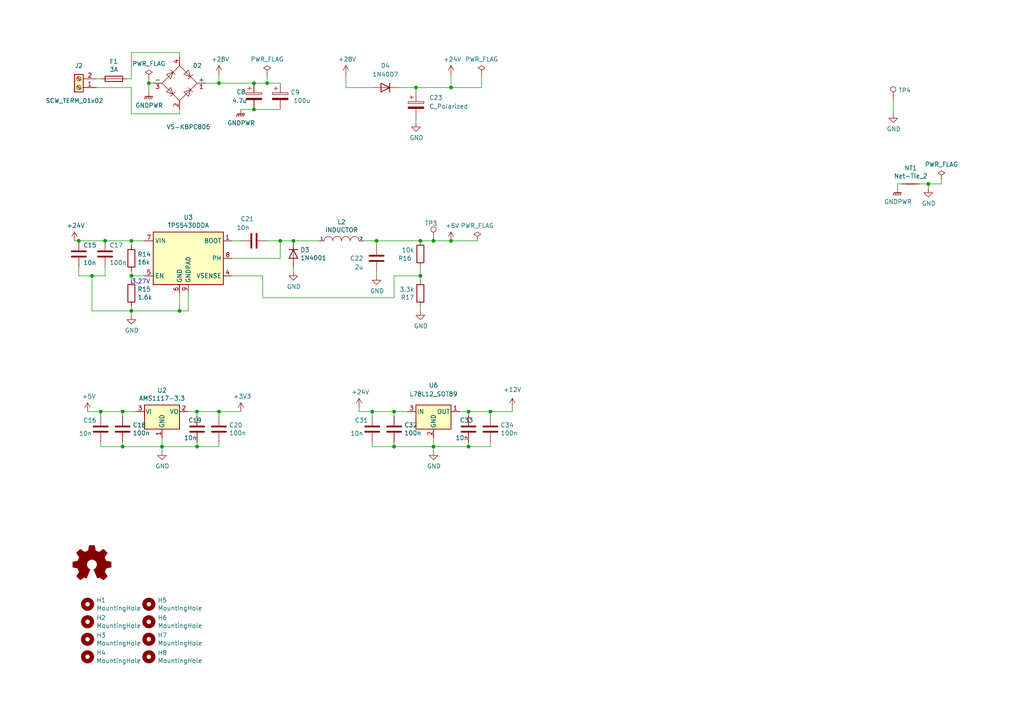
<source format=kicad_sch>
(kicad_sch (version 20231120) (generator "eeschema") (generator_version "8.0")
  (paper "A4")
  (title_block (rev "v2.0"))
  (lib_symbols
    (symbol "Connector:Screw_Terminal_01x02" (pin_names (offset 1.016) hide)
      (property "Reference" "J" (at 0 2.54 0))
      (property "Value" "Screw_Terminal_01x02" (at 0 -5.08 0))
      (symbol "Screw_Terminal_01x02_1_1"
        (rectangle (start -1.27 1.27) (end 1.27 -3.81) (stroke (width 0.254)) (fill (type background)))
        (circle (center 0 -2.54) (radius 0.635) (stroke (width 0.1524)))
        (polyline (pts (xy -0.5334 -2.2098) (xy 0.3302 -3.048)) (stroke (width 0.1524)))
        (polyline (pts (xy -0.5334 0.3302) (xy 0.3302 -0.508)) (stroke (width 0.1524)))
        (polyline (pts (xy -0.3556 -2.032) (xy 0.508 -2.8702)) (stroke (width 0.1524)))
        (polyline (pts (xy -0.3556 0.508) (xy 0.508 -0.3302)) (stroke (width 0.1524)))
        (circle (center 0 0) (radius 0.635) (stroke (width 0.1524)))
        (pin passive line (at -5.08 0 0) (length 3.81) (name "Pin_1") (number "1"))
        (pin passive line (at -5.08 -2.54 0) (length 3.81) (name "Pin_2") (number "2"))
      )
    )
    (symbol "Connector:TestPoint" (pin_numbers hide) (pin_names (offset 0.762) hide)
      (property "Reference" "TP" (at 0 6.858 0))
      (property "Value" "TestPoint" (at 0 5.08 0))
      (symbol "TestPoint_0_1"
        (circle (center 0 3.302) (radius 0.762))
      )
      (symbol "TestPoint_1_1"
        (pin passive line (at 0 0 90) (length 2.54) (name "1") (number "1"))
      )
    )
    (symbol "Device:C" (pin_numbers hide) (pin_names (offset 0.254))
      (property "Reference" "C" (at 0.635 2.54 0))
      (property "Value" "C" (at 0.635 -2.54 0))
      (symbol "C_0_1"
        (polyline (pts (xy -2.032 -0.762) (xy 2.032 -0.762)) (stroke (width 0.508)))
        (polyline (pts (xy -2.032 0.762) (xy 2.032 0.762)) (stroke (width 0.508)))
      )
      (symbol "C_1_1"
        (pin passive line (at 0 3.81 270) (length 2.794) (name "~") (number "1"))
        (pin passive line (at 0 -3.81 90) (length 2.794) (name "~") (number "2"))
      )
    )
    (symbol "Device:C_Polarized" (pin_numbers hide) (pin_names (offset 0.254))
      (property "Reference" "C" (at 0.635 2.54 0))
      (property "Value" "C_Polarized" (at 0.635 -2.54 0))
      (symbol "C_Polarized_0_1"
        (rectangle (start -2.286 0.508) (end 2.286 1.016))
        (polyline (pts (xy -1.778 2.286) (xy -0.762 2.286)))
        (polyline (pts (xy -1.27 2.794) (xy -1.27 1.778)))
        (rectangle (start 2.286 -0.508) (end -2.286 -1.016) (fill (type outline)))
      )
      (symbol "C_Polarized_1_1"
        (pin passive line (at 0 3.81 270) (length 2.794) (name "~") (number "1"))
        (pin passive line (at 0 -3.81 90) (length 2.794) (name "~") (number "2"))
      )
    )
    (symbol "Device:Fuse" (pin_numbers hide) (pin_names (offset 0))
      (property "Reference" "F" (at 2.032 0 90))
      (property "Value" "Fuse" (at -1.905 0 90))
      (symbol "Fuse_0_1"
        (rectangle (start -0.762 -2.54) (end 0.762 2.54) (stroke (width 0.254)))
        (polyline (pts (xy 0 2.54) (xy 0 -2.54)))
      )
      (symbol "Fuse_1_1"
        (pin passive line (at 0 3.81 270) (length 1.27) (name "~") (number "1"))
        (pin passive line (at 0 -3.81 90) (length 1.27) (name "~") (number "2"))
      )
    )
    (symbol "Device:R" (pin_numbers hide) (pin_names (offset 0))
      (property "Reference" "R" (at 2.032 0 90))
      (property "Value" "R" (at 0 0 90))
      (symbol "R_0_1"
        (rectangle (start -1.016 -2.54) (end 1.016 2.54) (stroke (width 0.254)))
      )
      (symbol "R_1_1"
        (pin passive line (at 0 3.81 270) (length 1.27) (name "~") (number "1"))
        (pin passive line (at 0 -3.81 90) (length 1.27) (name "~") (number "2"))
      )
    )
    (symbol "Diode:1N4001" (pin_numbers hide) (pin_names hide)
      (property "Reference" "D" (at 0 2.54 0))
      (property "Value" "1N4001" (at 0 -2.54 0))
      (symbol "1N4001_0_1"
        (polyline (pts (xy -1.27 1.27) (xy -1.27 -1.27)) (stroke (width 0.254)))
        (polyline (pts (xy 1.27 0) (xy -1.27 0)))
        (polyline (pts (xy 1.27 1.27) (xy 1.27 -1.27) (xy -1.27 0) (xy 1.27 1.27)) (stroke (width 0.254)))
      )
      (symbol "1N4001_1_1"
        (pin passive line (at -3.81 0 0) (length 2.54) (name "K") (number "1"))
        (pin passive line (at 3.81 0 180) (length 2.54) (name "A") (number "2"))
      )
    )
    (symbol "Diode:1N4007" (pin_numbers hide) (pin_names hide)
      (property "Reference" "D" (at 0 2.54 0))
      (property "Value" "1N4007" (at 0 -2.54 0))
      (symbol "1N4007_0_1"
        (polyline (pts (xy -1.27 1.27) (xy -1.27 -1.27)) (stroke (width 0.254)))
        (polyline (pts (xy 1.27 0) (xy -1.27 0)))
        (polyline (pts (xy 1.27 1.27) (xy 1.27 -1.27) (xy -1.27 0) (xy 1.27 1.27)) (stroke (width 0.254)))
      )
      (symbol "1N4007_1_1"
        (pin passive line (at -3.81 0 0) (length 2.54) (name "K") (number "1"))
        (pin passive line (at 3.81 0 180) (length 2.54) (name "A") (number "2"))
      )
    )
    (symbol "Diode_Bridge:VS-KBPC806" (pin_names (offset 0))
      (property "Reference" "D" (at 2.54 6.985 0))
      (property "Value" "VS-KBPC806" (at 2.54 5.08 0))
      (symbol "VS-KBPC806_0_1"
        (polyline (pts (xy -2.54 3.81) (xy -1.27 2.54)))
        (polyline (pts (xy -1.27 -2.54) (xy -2.54 -3.81)))
        (polyline (pts (xy 2.54 -1.27) (xy 3.81 -2.54)))
        (polyline (pts (xy 2.54 1.27) (xy 3.81 2.54)))
        (polyline (pts (xy -3.81 2.54) (xy -2.54 1.27) (xy -1.905 3.175) (xy -3.81 2.54)))
        (polyline (pts (xy -2.54 -1.27) (xy -3.81 -2.54) (xy -1.905 -3.175) (xy -2.54 -1.27)))
        (polyline (pts (xy 1.27 2.54) (xy 2.54 3.81) (xy 3.175 1.905) (xy 1.27 2.54)))
        (polyline (pts (xy 3.175 -1.905) (xy 1.27 -2.54) (xy 2.54 -3.81) (xy 3.175 -1.905)))
        (polyline (pts (xy -5.08 0) (xy 0 -5.08) (xy 5.08 0) (xy 0 5.08) (xy -5.08 0)))
      )
      (symbol "VS-KBPC806_1_1"
        (pin passive line (at 7.62 0 180) (length 2.54) (name "+") (number "1"))
        (pin passive line (at 0 -7.62 90) (length 2.54) (name "~") (number "2"))
        (pin passive line (at -7.62 0 0) (length 2.54) (name "-") (number "3"))
        (pin passive line (at 0 7.62 270) (length 2.54) (name "~") (number "4"))
      )
    )
    (symbol "Graphic:Logo_Open_Hardware_Small" (pin_names (offset 1.016))
      (symbol "Logo_Open_Hardware_Small_0_1"
        (polyline (pts (xy 3.3528 -4.3434) (xy 3.302 -4.318) (xy 3.175 -4.2418) (xy 2.9972 -4.1148) (xy 2.7686 -3.9624) (xy 2.54 -3.81) (xy 2.3622 -3.7084) (xy 2.2352 -3.6068) (xy 2.1844 -3.5814) (xy 2.159 -3.6068) (xy 2.0574 -3.6576) (xy 1.905 -3.7338) (xy 1.8034 -3.7846) (xy 1.6764 -3.8354) (xy 1.6002 -3.8354) (xy 1.6002 -3.8354) (xy 1.5494 -3.7338) (xy 1.4732 -3.5306) (xy 1.3462 -3.302) (xy 1.2446 -3.0226) (xy 1.1176 -2.7178) (xy 0.9652 -2.413) (xy 0.8636 -2.1082) (xy 0.7366 -1.8288) (xy 0.6604 -1.6256) (xy 0.6096 -1.4732) (xy 0.5842 -1.397) (xy 0.5842 -1.397) (xy 0.6604 -1.3208) (xy 0.7874 -1.2446) (xy 1.0414 -1.016) (xy 1.2954 -0.6858) (xy 1.4478 -0.3302) (xy 1.524 0.0762) (xy 1.4732 0.4572) (xy 1.3208 0.8128) (xy 1.0668 1.143) (xy 0.762 1.3716) (xy 0.4064 1.524) (xy 0 1.5748) (xy -0.381 1.5494) (xy -0.7366 1.397) (xy -1.0668 1.143) (xy -1.2192 0.9906) (xy -1.397 0.6604) (xy -1.524 0.3048) (xy -1.524 0.2286) (xy -1.4986 -0.1778) (xy -1.397 -0.5334) (xy -1.1938 -0.8636) (xy -0.9144 -1.143) (xy -0.8636 -1.1684) (xy -0.7366 -1.27) (xy -0.635 -1.3462) (xy -0.5842 -1.397) (xy -1.0668 -2.5908) (xy -1.143 -2.794) (xy -1.2954 -3.1242) (xy -1.397 -3.4036) (xy -1.4986 -3.6322) (xy -1.5748 -3.7846) (xy -1.6002 -3.8354) (xy -1.6002 -3.8354) (xy -1.651 -3.8354) (xy -1.7272 -3.81) (xy -1.905 -3.7338) (xy -2.0066 -3.683) (xy -2.1336 -3.6068) (xy -2.2098 -3.5814) (xy -2.2606 -3.6068) (xy -2.3622 -3.683) (xy -2.54 -3.81) (xy -2.7686 -3.9624) (xy -2.9718 -4.0894) (xy -3.1496 -4.2164) (xy -3.302 -4.318) (xy -3.3528 -4.3434) (xy -3.3782 -4.3434) (xy -3.429 -4.318) (xy -3.5306 -4.2164) (xy -3.7084 -4.064) (xy -3.937 -3.8354) (xy -3.9624 -3.81) (xy -4.1656 -3.6068) (xy -4.318 -3.4544) (xy -4.4196 -3.3274) (xy -4.445 -3.2766) (xy -4.445 -3.2766) (xy -4.4196 -3.2258) (xy -4.318 -3.0734) (xy -4.2164 -2.8956) (xy -4.064 -2.667) (xy -3.6576 -2.0828) (xy -3.8862 -1.5494) (xy -3.937 -1.3716) (xy -4.0386 -1.1684) (xy -4.0894 -1.0414) (xy -4.1148 -0.9652) (xy -4.191 -0.9398) (xy -4.318 -0.9144) (xy -4.5466 -0.8636) (xy -4.8006 -0.8128) (xy -5.0546 -0.7874) (xy -5.2578 -0.7366) (xy -5.4356 -0.7112) (xy -5.5118 -0.6858) (xy -5.5118 -0.6858) (xy -5.5372 -0.635) (xy -5.5372 -0.5588) (xy -5.5372 -0.4318) (xy -5.5626 -0.2286) (xy -5.5626 0.0762) (xy -5.5626 0.127) (xy -5.5372 0.4064) (xy -5.5372 0.635) (xy -5.5372 0.762) (xy -5.5372 0.8382) (xy -5.5372 0.8382) (xy -5.461 0.8382) (xy -5.3086 0.889) (xy -5.08 0.9144) (xy -4.826 0.9652) (xy -4.8006 0.9906) (xy -4.5466 1.0414) (xy -4.318 1.0668) (xy -4.1656 1.1176) (xy -4.0894 1.143) (xy -4.0894 1.143) (xy -4.0386 1.2446) (xy -3.9624 1.4224) (xy -3.8608 1.6256) (xy -3.7846 1.8288) (xy -3.7084 2.0066) (xy -3.6576 2.159) (xy -3.6322 2.2098) (xy -3.6322 2.2098) (xy -3.683 2.286) (xy -3.7592 2.413) (xy -3.8862 2.5908) (xy -4.064 2.8194) (xy -4.064 2.8448) (xy -4.2164 3.0734) (xy -4.3434 3.2512) (xy -4.4196 3.3782) (xy -4.445 3.4544) (xy -4.445 3.4544) (xy -4.3942 3.5052) (xy -4.2926 3.6322) (xy -4.1148 3.81) (xy -3.937 4.0132) (xy -3.8608 4.064) (xy -3.6576 4.2926) (xy -3.5052 4.4196) (xy -3.4036 4.4958) (xy -3.3528 4.5212) (xy -3.3528 4.5212) (xy -3.302 4.4704) (xy -3.1496 4.3688) (xy -2.9718 4.2418) (xy -2.7432 4.0894) (xy -2.7178 4.0894) (xy -2.4892 3.937) (xy -2.3114 3.81) (xy -2.1844 3.7084) (xy -2.1336 3.683) (xy -2.1082 3.683) (xy -2.032 3.7084) (xy -1.8542 3.7592) (xy -1.6764 3.8354) (xy -1.4732 3.937) (xy -1.27 4.0132) (xy -1.143 4.064) (xy -1.0668 4.1148) (xy -1.0668 4.1148) (xy -1.0414 4.191) (xy -1.016 4.3434) (xy -0.9652 4.572) (xy -0.9144 4.8514) (xy -0.889 4.9022) (xy -0.8382 5.1562) (xy -0.8128 5.3848) (xy -0.7874 5.5372) (xy -0.762 5.588) (xy -0.7112 5.6134) (xy -0.5842 5.6134) (xy -0.4064 5.6134) (xy -0.1524 5.6134) (xy 0.0762 5.6134) (xy 0.3302 5.6134) (xy 0.5334 5.6134) (xy 0.6858 5.588) (xy 0.7366 5.588) (xy 0.7366 5.588) (xy 0.762 5.5118) (xy 0.8128 5.334) (xy 0.8382 5.1054) (xy 0.9144 4.826) (xy 0.9144 4.7752) (xy 0.9652 4.5212) (xy 1.016 4.2926) (xy 1.0414 4.1402) (xy 1.0668 4.0894) (xy 1.0668 4.0894) (xy 1.1938 4.0386) (xy 1.3716 3.9624) (xy 1.5748 3.8608) (xy 2.0828 3.6576) (xy 2.7178 4.0894) (xy 2.7686 4.1402) (xy 2.9972 4.2926) (xy 3.175 4.4196) (xy 3.302 4.4958) (xy 3.3782 4.5212) (xy 3.3782 4.5212) (xy 3.429 4.4704) (xy 3.556 4.3434) (xy 3.7338 4.191) (xy 3.9116 3.9878) (xy 4.064 3.8354) (xy 4.2418 3.6576) (xy 4.3434 3.556) (xy 4.4196 3.4798) (xy 4.4196 3.429) (xy 4.4196 3.4036) (xy 4.3942 3.3274) (xy 4.2926 3.2004) (xy 4.1656 2.9972) (xy 4.0132 2.794) (xy 3.8862 2.5908) (xy 3.7592 2.3876) (xy 3.6576 2.2352) (xy 3.6322 2.159) (xy 3.6322 2.1336) (xy 3.683 2.0066) (xy 3.7592 1.8288) (xy 3.8608 1.6002) (xy 4.064 1.1176) (xy 4.3942 1.0414) (xy 4.5974 1.016) (xy 4.8768 0.9652) (xy 5.1308 0.9144) (xy 5.5372 0.8382) (xy 5.5626 -0.6604) (xy 5.4864 -0.6858) (xy 5.4356 -0.6858) (xy 5.2832 -0.7366) (xy 5.0546 -0.762) (xy 4.8006 -0.8128) (xy 4.5974 -0.8636) (xy 4.3688 -0.9144) (xy 4.2164 -0.9398) (xy 4.1402 -0.9398) (xy 4.1148 -0.9652) (xy 4.064 -1.0668) (xy 3.9878 -1.2446) (xy 3.9116 -1.4478) (xy 3.81 -1.651) (xy 3.7338 -1.8542) (xy 3.683 -2.0066) (xy 3.6576 -2.0828) (xy 3.683 -2.1336) (xy 3.7846 -2.2606) (xy 3.8862 -2.4638) (xy 4.0386 -2.667) (xy 4.191 -2.8956) (xy 4.318 -3.0734) (xy 4.3942 -3.2004) (xy 4.445 -3.2766) (xy 4.4196 -3.3274) (xy 4.3434 -3.429) (xy 4.1656 -3.5814) (xy 3.937 -3.8354) (xy 3.8862 -3.8608) (xy 3.683 -4.064) (xy 3.5306 -4.2164) (xy 3.4036 -4.318) (xy 3.3528 -4.3434)) (fill (type outline)))
      )
    )
    (symbol "Mechanical:MountingHole" (pin_names (offset 1.016))
      (property "Reference" "H" (at 0 5.08 0))
      (property "Value" "MountingHole" (at 0 3.175 0))
      (symbol "MountingHole_0_1"
        (circle (center 0 0) (radius 1.27) (stroke (width 1.27)))
      )
    )
    (symbol "Regulator_Linear:AMS1117-3.3" (pin_names (offset 0.254))
      (property "Reference" "U" (at -3.81 3.175 0))
      (property "Value" "AMS1117-3.3" (at 0 3.175 0))
      (symbol "AMS1117-3.3_0_1"
        (rectangle (start -5.08 -5.08) (end 5.08 1.905) (stroke (width 0.254)) (fill (type background)))
      )
      (symbol "AMS1117-3.3_1_1"
        (pin power_in line (at 0 -7.62 90) (length 2.54) (name "GND") (number "1"))
        (pin power_out line (at 7.62 0 180) (length 2.54) (name "VO") (number "2"))
        (pin power_in line (at -7.62 0 0) (length 2.54) (name "VI") (number "3"))
      )
    )
    (symbol "Regulator_Linear:L78L12_SOT89" (pin_names (offset 0.254))
      (property "Reference" "U" (at -3.81 3.175 0))
      (property "Value" "L78L12_SOT89" (at -0.635 3.175 0))
      (symbol "L78L12_SOT89_0_1"
        (rectangle (start -5.08 1.905) (end 5.08 -5.08) (stroke (width 0.254)) (fill (type background)))
      )
      (symbol "L78L12_SOT89_1_1"
        (pin power_out line (at 7.62 0 180) (length 2.54) (name "OUT") (number "1"))
        (pin power_in line (at 0 -7.62 90) (length 2.54) (name "GND") (number "2"))
        (pin power_in line (at -7.62 0 0) (length 2.54) (name "IN") (number "3"))
      )
    )
    (symbol "Regulator_Switching:TPS5430DDA"
      (property "Reference" "U" (at -10.16 8.89 0))
      (property "Value" "TPS5430DDA" (at -1.27 8.89 0))
      (symbol "TPS5430DDA_0_1"
        (rectangle (start -10.16 7.62) (end 10.16 -7.62) (stroke (width 0.254)) (fill (type background)))
      )
      (symbol "TPS5430DDA_1_1"
        (pin input line (at 12.7 5.08 180) (length 2.54) (name "BOOT") (number "1"))
        (pin no_connect line (at -10.16 2.54 0) (length 2.54) hide (name "NC") (number "2"))
        (pin no_connect line (at -10.16 -2.54 0) (length 2.54) hide (name "NC") (number "3"))
        (pin input line (at 12.7 -5.08 180) (length 2.54) (name "VSENSE") (number "4"))
        (pin input line (at -12.7 -5.08 0) (length 2.54) (name "EN") (number "5"))
        (pin power_in line (at -2.54 -10.16 90) (length 2.54) (name "GND") (number "6"))
        (pin power_in line (at -12.7 5.08 0) (length 2.54) (name "VIN") (number "7"))
        (pin output line (at 12.7 0 180) (length 2.54) (name "PH") (number "8"))
        (pin power_in line (at 0 -10.16 90) (length 2.54) (name "GNDPAD") (number "9"))
      )
    )
    (symbol "SI_kicad-rescue:+3.3V-power" (power) (pin_names (offset 0))
      (property "Value" "+3.3V-power" (at 0 3.556 0))
      (symbol "+3.3V-power_0_1"
        (polyline (pts (xy -0.762 1.27) (xy 0 2.54)))
        (polyline (pts (xy 0 0) (xy 0 2.54)))
        (polyline (pts (xy 0 2.54) (xy 0.762 1.27)))
      )
      (symbol "+3.3V-power_1_1"
        (pin power_in line (at 0 0 90) (length 0) hide (name "+3V3") (number "1"))
      )
    )
    (symbol "SI_kicad-rescue:CP-Device" (pin_numbers hide) (pin_names (offset 0.254))
      (property "Reference" "C" (at 0.635 2.54 0))
      (property "Value" "CP-Device" (at 0.635 -2.54 0))
      (symbol "CP-Device_0_1"
        (rectangle (start -2.286 0.508) (end 2.286 1.016))
        (polyline (pts (xy -1.778 2.286) (xy -0.762 2.286)))
        (polyline (pts (xy -1.27 2.794) (xy -1.27 1.778)))
        (rectangle (start 2.286 -0.508) (end -2.286 -1.016) (fill (type outline)))
      )
      (symbol "CP-Device_1_1"
        (pin passive line (at 0 3.81 270) (length 2.794) (name "~") (number "1"))
        (pin passive line (at 0 -3.81 90) (length 2.794) (name "~") (number "2"))
      )
    )
    (symbol "SI_kicad-rescue:Net-Tie_2-Device" (pin_numbers hide) (pin_names (offset 0) hide)
      (property "Reference" "NT" (at 0 1.27 0))
      (property "Value" "Net-Tie_2-Device" (at 0 -1.27 0))
      (symbol "Net-Tie_2-Device_0_1"
        (polyline (pts (xy -1.27 0) (xy 1.27 0)) (stroke (width 0.254)))
      )
      (symbol "Net-Tie_2-Device_1_1"
        (pin passive line (at -2.54 0 0) (length 2.54) (name "1") (number "1"))
        (pin passive line (at 2.54 0 180) (length 2.54) (name "2") (number "2"))
      )
    )
    (symbol "power:+12V" (power) (pin_names (offset 0))
      (property "Value" "+12V" (at 0 3.556 0))
      (symbol "+12V_0_1"
        (polyline (pts (xy -0.762 1.27) (xy 0 2.54)))
        (polyline (pts (xy 0 0) (xy 0 2.54)))
        (polyline (pts (xy 0 2.54) (xy 0.762 1.27)))
      )
      (symbol "+12V_1_1"
        (pin power_in line (at 0 0 90) (length 0) hide (name "+12V") (number "1"))
      )
    )
    (symbol "power:+24V" (power) (pin_names (offset 0))
      (property "Value" "+24V" (at 0 3.556 0))
      (symbol "+24V_0_1"
        (polyline (pts (xy -0.762 1.27) (xy 0 2.54)))
        (polyline (pts (xy 0 0) (xy 0 2.54)))
        (polyline (pts (xy 0 2.54) (xy 0.762 1.27)))
      )
      (symbol "+24V_1_1"
        (pin power_in line (at 0 0 90) (length 0) hide (name "+24V") (number "1"))
      )
    )
    (symbol "power:+28V" (power) (pin_names (offset 0))
      (property "Value" "+28V" (at 0 3.81 0))
      (symbol "+28V_0_1"
        (polyline (pts (xy -0.762 1.27) (xy 0 2.54)))
        (polyline (pts (xy 0 0) (xy 0 2.54)))
        (polyline (pts (xy 0 2.54) (xy 0.762 1.27)))
      )
      (symbol "+28V_1_1"
        (pin power_in line (at 0 0 90) (length 0) hide (name "+28V") (number "1"))
      )
    )
    (symbol "power:+5V" (power) (pin_names (offset 0))
      (property "Value" "+5V" (at 0 3.556 0))
      (symbol "+5V_0_1"
        (polyline (pts (xy -0.762 1.27) (xy 0 2.54)))
        (polyline (pts (xy 0 0) (xy 0 2.54)))
        (polyline (pts (xy 0 2.54) (xy 0.762 1.27)))
      )
      (symbol "+5V_1_1"
        (pin power_in line (at 0 0 90) (length 0) hide (name "+5V") (number "1"))
      )
    )
    (symbol "power:GND" (power) (pin_names (offset 0))
      (property "Value" "GND" (at 0 -3.81 0))
      (symbol "GND_0_1"
        (polyline (pts (xy 0 0) (xy 0 -1.27) (xy 1.27 -1.27) (xy 0 -2.54) (xy -1.27 -1.27) (xy 0 -1.27)))
      )
      (symbol "GND_1_1"
        (pin power_in line (at 0 0 270) (length 0) hide (name "GND") (number "1"))
      )
    )
    (symbol "power:GNDPWR" (power) (pin_names (offset 0))
      (property "Value" "GNDPWR" (at 0 -3.302 0))
      (symbol "GNDPWR_0_1"
        (polyline (pts (xy 0 -1.27) (xy 0 0)))
        (polyline (pts (xy -1.016 -1.27) (xy -1.27 -2.032) (xy -1.27 -2.032)) (stroke (width 0.2032)))
        (polyline (pts (xy -0.508 -1.27) (xy -0.762 -2.032) (xy -0.762 -2.032)) (stroke (width 0.2032)))
        (polyline (pts (xy 0 -1.27) (xy -0.254 -2.032) (xy -0.254 -2.032)) (stroke (width 0.2032)))
        (polyline (pts (xy 0.508 -1.27) (xy 0.254 -2.032) (xy 0.254 -2.032)) (stroke (width 0.2032)))
        (polyline (pts (xy 1.016 -1.27) (xy -1.016 -1.27) (xy -1.016 -1.27)) (stroke (width 0.2032)))
        (polyline (pts (xy 1.016 -1.27) (xy 0.762 -2.032) (xy 0.762 -2.032) (xy 0.762 -2.032)) (stroke (width 0.2032)))
      )
      (symbol "GNDPWR_1_1"
        (pin power_in line (at 0 0 270) (length 0) hide (name "GNDPWR") (number "1"))
      )
    )
    (symbol "power:PWR_FLAG" (power) (pin_numbers hide) (pin_names (offset 0) hide)
      (property "Value" "PWR_FLAG" (at 0 3.81 0))
      (symbol "PWR_FLAG_0_0"
        (pin power_out line (at 0 0 90) (length 0) (name "pwr") (number "1"))
      )
      (symbol "PWR_FLAG_0_1"
        (polyline (pts (xy 0 0) (xy 0 1.27) (xy -1.016 1.905) (xy 0 2.54) (xy 1.016 1.905) (xy 0 1.27)))
      )
    )
    (symbol "pspice:INDUCTOR" (pin_numbers hide) (pin_names (offset 0))
      (property "Reference" "L" (at 0 2.54 0))
      (property "Value" "INDUCTOR" (at 0 -1.27 0))
      (symbol "INDUCTOR_0_1"
        (arc (start -2.54 0) (mid -3.81 1.2645) (end -5.08 0))
        (arc (start 0 0) (mid -1.27 1.2645) (end -2.54 0))
        (arc (start 2.54 0) (mid 1.27 1.2645) (end 0 0))
        (arc (start 5.08 0) (mid 3.81 1.2645) (end 2.54 0))
      )
      (symbol "INDUCTOR_1_1"
        (pin input line (at -6.35 0 0) (length 1.27) (name "1") (number "1"))
        (pin input line (at 6.35 0 180) (length 1.27) (name "2") (number "2"))
      )
    )
  )
  (junction (at 35.56 119.38))
  (junction (at 52.07 90.17))
  (junction (at 125.73 129.54))
  (junction (at 35.56 129.54))
  (junction (at 57.15 119.38))
  (junction (at 38.1 80.01))
  (junction (at 125.73 69.85))
  (junction (at 38.1 90.17))
  (junction (at 121.92 69.85))
  (junction (at 135.89 129.54))
  (junction (at 26.67 80.01))
  (junction (at 73.66 31.75))
  (junction (at 114.3 129.54))
  (junction (at 38.1 69.85))
  (junction (at 57.15 129.54))
  (junction (at 130.81 25.4))
  (junction (at 29.21 119.38))
  (junction (at 30.48 69.85))
  (junction (at 130.81 69.85))
  (junction (at 107.95 119.38))
  (junction (at 81.28 69.85))
  (junction (at 120.65 25.4))
  (junction (at 85.09 69.85))
  (junction (at 142.24 119.38))
  (junction (at 63.5 119.38))
  (junction (at 22.86 69.85))
  (junction (at 109.22 69.85))
  (junction (at 73.66 24.13))
  (junction (at 63.5 24.13))
  (junction (at 46.99 129.54))
  (junction (at 77.47 24.13))
  (junction (at 135.89 119.38))
  (junction (at 43.18 24.13))
  (junction (at 269.24 53.34))
  (junction (at 121.92 80.01))
  (junction (at 114.3 119.38))
  (wire (pts (xy 52.07 90.17) (xy 54.61 90.17)))
  (wire (pts (xy 118.11 119.38) (xy 114.3 119.38)))
  (wire (pts (xy 260.35 53.34) (xy 261.62 53.34)))
  (wire (pts (xy 109.22 71.12) (xy 109.22 69.85)))
  (wire (pts (xy 63.5 128.27) (xy 63.5 129.54)))
  (wire (pts (xy 38.1 69.85) (xy 38.1 71.12)))
  (wire (pts (xy 35.56 129.54) (xy 46.99 129.54)))
  (wire (pts (xy 52.07 90.17) (xy 52.07 85.09)))
  (wire (pts (xy 22.86 77.47) (xy 22.86 80.01)))
  (wire (pts (xy 46.99 129.54) (xy 57.15 129.54)))
  (wire (pts (xy 135.89 119.38) (xy 142.24 119.38)))
  (wire (pts (xy 260.35 54.61) (xy 260.35 53.34)))
  (wire (pts (xy 115.57 25.4) (xy 120.65 25.4)))
  (wire (pts (xy 114.3 86.36) (xy 76.2 86.36)))
  (wire (pts (xy 26.67 80.01) (xy 30.48 80.01)))
  (wire (pts (xy 38.1 33.02) (xy 52.07 33.02)))
  (wire (pts (xy 63.5 120.65) (xy 63.5 119.38)))
  (wire (pts (xy 114.3 80.01) (xy 114.3 86.36)))
  (wire (pts (xy 130.81 25.4) (xy 139.7 25.4)))
  (wire (pts (xy 54.61 90.17) (xy 54.61 85.09)))
  (wire (pts (xy 120.65 34.29) (xy 120.65 35.56)))
  (wire (pts (xy 259.08 29.21) (xy 259.08 33.02)))
  (wire (pts (xy 35.56 119.38) (xy 29.21 119.38)))
  (wire (pts (xy 52.07 33.02) (xy 52.07 31.75)))
  (wire (pts (xy 38.1 22.86) (xy 38.1 15.24)))
  (wire (pts (xy 266.7 53.34) (xy 269.24 53.34)))
  (wire (pts (xy 30.48 80.01) (xy 30.48 77.47)))
  (wire (pts (xy 36.83 22.86) (xy 38.1 22.86)))
  (wire (pts (xy 38.1 80.01) (xy 38.1 81.28)))
  (wire (pts (xy 121.92 80.01) (xy 121.92 81.28)))
  (wire (pts (xy 69.85 31.75) (xy 73.66 31.75)))
  (wire (pts (xy 135.89 119.38) (xy 135.89 120.65)))
  (wire (pts (xy 38.1 90.17) (xy 52.07 90.17)))
  (wire (pts (xy 38.1 90.17) (xy 38.1 91.44)))
  (wire (pts (xy 38.1 78.74) (xy 38.1 80.01)))
  (wire (pts (xy 142.24 128.27) (xy 142.24 129.54)))
  (wire (pts (xy 81.28 69.85) (xy 85.09 69.85)))
  (wire (pts (xy 77.47 69.85) (xy 81.28 69.85)))
  (wire (pts (xy 38.1 25.4) (xy 38.1 33.02)))
  (wire (pts (xy 121.92 80.01) (xy 114.3 80.01)))
  (wire (pts (xy 269.24 53.34) (xy 273.05 53.34)))
  (wire (pts (xy 22.86 69.85) (xy 21.59 69.85)))
  (wire (pts (xy 125.73 127) (xy 125.73 129.54)))
  (wire (pts (xy 57.15 129.54) (xy 63.5 129.54)))
  (wire (pts (xy 67.31 69.85) (xy 69.85 69.85)))
  (wire (pts (xy 109.22 78.74) (xy 109.22 80.01)))
  (wire (pts (xy 121.92 69.85) (xy 125.73 69.85)))
  (wire (pts (xy 269.24 53.34) (xy 269.24 54.61)))
  (wire (pts (xy 273.05 53.34) (xy 273.05 52.07)))
  (wire (pts (xy 100.33 25.4) (xy 107.95 25.4)))
  (wire (pts (xy 63.5 21.59) (xy 63.5 24.13)))
  (wire (pts (xy 109.22 69.85) (xy 121.92 69.85)))
  (wire (pts (xy 63.5 119.38) (xy 69.85 119.38)))
  (wire (pts (xy 125.73 69.85) (xy 130.81 69.85)))
  (wire (pts (xy 22.86 80.01) (xy 26.67 80.01)))
  (wire (pts (xy 125.73 129.54) (xy 135.89 129.54)))
  (wire (pts (xy 148.59 118.11) (xy 148.59 119.38)))
  (wire (pts (xy 81.28 24.13) (xy 77.47 24.13)))
  (wire (pts (xy 76.2 86.36) (xy 76.2 80.01)))
  (wire (pts (xy 142.24 120.65) (xy 142.24 119.38)))
  (wire (pts (xy 125.73 129.54) (xy 125.73 130.81)))
  (wire (pts (xy 27.94 22.86) (xy 29.21 22.86)))
  (wire (pts (xy 76.2 80.01) (xy 67.31 80.01)))
  (wire (pts (xy 57.15 119.38) (xy 63.5 119.38)))
  (wire (pts (xy 77.47 24.13) (xy 73.66 24.13)))
  (wire (pts (xy 107.95 129.54) (xy 114.3 129.54)))
  (wire (pts (xy 39.37 119.38) (xy 35.56 119.38)))
  (wire (pts (xy 85.09 77.47) (xy 85.09 78.74)))
  (wire (pts (xy 105.41 69.85) (xy 109.22 69.85)))
  (wire (pts (xy 29.21 119.38) (xy 25.4 119.38)))
  (wire (pts (xy 27.94 25.4) (xy 38.1 25.4)))
  (wire (pts (xy 26.67 90.17) (xy 26.67 80.01)))
  (wire (pts (xy 107.95 119.38) (xy 104.14 119.38)))
  (wire (pts (xy 107.95 119.38) (xy 107.95 120.65)))
  (wire (pts (xy 54.61 119.38) (xy 57.15 119.38)))
  (wire (pts (xy 63.5 24.13) (xy 73.66 24.13)))
  (wire (pts (xy 59.69 24.13) (xy 63.5 24.13)))
  (wire (pts (xy 120.65 25.4) (xy 120.65 26.67)))
  (wire (pts (xy 43.18 22.86) (xy 43.18 24.13)))
  (wire (pts (xy 38.1 90.17) (xy 26.67 90.17)))
  (wire (pts (xy 29.21 129.54) (xy 35.56 129.54)))
  (wire (pts (xy 104.14 118.11) (xy 104.14 119.38)))
  (wire (pts (xy 67.31 74.93) (xy 81.28 74.93)))
  (wire (pts (xy 30.48 69.85) (xy 38.1 69.85)))
  (wire (pts (xy 114.3 119.38) (xy 107.95 119.38)))
  (wire (pts (xy 52.07 15.24) (xy 52.07 16.51)))
  (wire (pts (xy 46.99 127) (xy 46.99 129.54)))
  (wire (pts (xy 120.65 25.4) (xy 130.81 25.4)))
  (wire (pts (xy 142.24 119.38) (xy 148.59 119.38)))
  (wire (pts (xy 57.15 128.27) (xy 57.15 129.54)))
  (wire (pts (xy 41.91 69.85) (xy 38.1 69.85)))
  (wire (pts (xy 121.92 88.9) (xy 121.92 90.17)))
  (wire (pts (xy 73.66 31.75) (xy 81.28 31.75)))
  (wire (pts (xy 29.21 119.38) (xy 29.21 120.65)))
  (wire (pts (xy 35.56 120.65) (xy 35.56 119.38)))
  (wire (pts (xy 114.3 128.27) (xy 114.3 129.54)))
  (wire (pts (xy 29.21 128.27) (xy 29.21 129.54)))
  (wire (pts (xy 135.89 129.54) (xy 142.24 129.54)))
  (wire (pts (xy 107.95 128.27) (xy 107.95 129.54)))
  (wire (pts (xy 85.09 69.85) (xy 92.71 69.85)))
  (wire (pts (xy 130.81 21.59) (xy 130.81 25.4)))
  (wire (pts (xy 135.89 128.27) (xy 135.89 129.54)))
  (wire (pts (xy 114.3 120.65) (xy 114.3 119.38)))
  (wire (pts (xy 35.56 128.27) (xy 35.56 129.54)))
  (wire (pts (xy 100.33 21.59) (xy 100.33 25.4)))
  (wire (pts (xy 38.1 88.9) (xy 38.1 90.17)))
  (wire (pts (xy 114.3 129.54) (xy 125.73 129.54)))
  (wire (pts (xy 133.35 119.38) (xy 135.89 119.38)))
  (wire (pts (xy 43.18 24.13) (xy 43.18 26.67)))
  (wire (pts (xy 57.15 119.38) (xy 57.15 120.65)))
  (wire (pts (xy 41.91 80.01) (xy 38.1 80.01)))
  (wire (pts (xy 46.99 129.54) (xy 46.99 130.81)))
  (wire (pts (xy 139.7 21.59) (xy 139.7 25.4)))
  (wire (pts (xy 81.28 74.93) (xy 81.28 69.85)))
  (wire (pts (xy 38.1 15.24) (xy 52.07 15.24)))
  (wire (pts (xy 30.48 69.85) (xy 22.86 69.85)))
  (wire (pts (xy 121.92 77.47) (xy 121.92 80.01)))
  (wire (pts (xy 77.47 21.59) (xy 77.47 24.13)))
  (wire (pts (xy 130.81 69.85) (xy 138.43 69.85)))
  (wire (pts (xy 44.45 24.13) (xy 43.18 24.13)))
  (text "3.27V" (at 38.1 82.55 0) (effects (font (size 1.27 1.27)) (justify left bottom)))
  (symbol (lib_id "power:GND") (at 269.24 54.61 0) (unit 1)
    (property "Reference" "#PWR0136" (effects (hide yes)))
    (property "Value" "GND" (at 269.367 59.0042 0))
  )
  (symbol (lib_id "Diode_Bridge:VS-KBPC806") (at 52.07 24.13 0) (unit 1)
    (property "Reference" "D2" (at 55.88 19.05 0) (effects (justify left)))
    (property "Value" "VS-KBPC806" (at 48.26 36.83 0) (effects (justify left)))
    (property "Footprint" "Diode_THT:Diode_Bridge_Vishay_KBPC6" (effects (hide yes)))
    (property "Datasheet" "http://www.vishay.com/docs/93586/kbpc8series.pdf" (effects (hide yes)))
  )
  (symbol (lib_id "power:GND") (at 85.09 78.74 0) (unit 1)
    (property "Reference" "#PWR0127" (effects (hide yes)))
    (property "Value" "GND" (at 85.217 83.1342 0))
  )
  (symbol (lib_id "power:GNDPWR") (at 260.35 54.61 0) (unit 1)
    (property "Reference" "#PWR0135" (effects (hide yes)))
    (property "Value" "GNDPWR" (at 260.4516 58.5216 0))
  )
  (symbol (lib_id "Device:C") (at 135.89 124.46 0) (unit 1)
    (property "Reference" "C33" (at 133.35 121.92 0) (effects (justify left)))
    (property "Value" "10n" (at 132.08 127 0) (effects (justify left)))
    (property "Footprint" "Capacitor_SMD:C_0805_2012Metric_Pad1.18x1.45mm_HandSolder" (effects (hide yes)))
  )
  (symbol (lib_id "Device:C_Polarized") (at 120.65 30.48 0) (unit 1)
    (property "Reference" "C23" (at 124.46 28.3209 0) (effects (justify left)))
    (property "Value" "C_Polarized" (at 124.46 30.8609 0) (effects (justify left)))
    (property "Footprint" "Capacitor_THT:CP_Radial_D6.3mm_P2.50mm" (effects (hide yes)))
  )
  (symbol (lib_id "power:+28V") (at 63.5 21.59 0) (unit 1)
    (property "Reference" "#PWR0129" (effects (hide yes)))
    (property "Value" "+28V" (at 63.881 17.1958 0))
  )
  (symbol (lib_id "power:+5V") (at 130.81 69.85 0) (unit 1)
    (property "Reference" "#PWR0132" (effects (hide yes)))
    (property "Value" "+5V" (at 131.191 65.4558 0))
  )
  (symbol (lib_id "power:+24V") (at 21.59 69.85 0) (unit 1)
    (property "Reference" "#PWR0124" (effects (hide yes)))
    (property "Value" "+24V" (at 21.971 65.4558 0))
  )
  (symbol (lib_id "power:GND") (at 121.92 90.17 0) (unit 1)
    (property "Reference" "#PWR0126" (effects (hide yes)))
    (property "Value" "GND" (at 122.047 94.5642 0))
  )
  (symbol (lib_id "power:GND") (at 259.08 33.02 0) (unit 1)
    (property "Reference" "#PWR0133" (effects (hide yes)))
    (property "Value" "GND" (at 259.207 37.4142 0))
  )
  (symbol (lib_id "Device:C") (at 29.21 124.46 0) (unit 1)
    (property "Reference" "C16" (at 24.13 121.92 0) (effects (justify left)))
    (property "Value" "10n" (at 22.86 125.73 0) (effects (justify left)))
    (property "Footprint" "Capacitor_SMD:C_0805_2012Metric_Pad1.18x1.45mm_HandSolder" (effects (hide yes)))
  )
  (symbol (lib_id "SI_kicad-rescue:Net-Tie_2-Device") (at 264.16 53.34 0) (unit 1)
    (property "Reference" "NT1" (at 264.16 48.7426 0))
    (property "Value" "Net-Tie_2" (at 264.16 51.054 0))
    (property "Footprint" "NetTie:NetTie-2_SMD_Pad0.5mm" (effects (hide yes)))
  )
  (symbol (lib_id "SI_kicad-rescue:CP-Device") (at 81.28 27.94 0) (unit 1)
    (property "Reference" "C9" (at 84.2772 26.7716 0) (effects (justify left)))
    (property "Value" "100u" (at 85.09 29.21 0) (effects (justify left)))
    (property "Footprint" "Capacitor_THT:CP_Radial_D6.3mm_P2.50mm" (effects (hide yes)))
  )
  (symbol (lib_id "power:GND") (at 46.99 130.81 0) (unit 1)
    (property "Reference" "#PWR0138" (effects (hide yes)))
    (property "Value" "GND" (at 47.117 135.2042 0))
  )
  (symbol (lib_id "Connector:TestPoint") (at 259.08 29.21 0) (unit 1)
    (property "Reference" "TP4" (at 260.5532 26.2128 0) (effects (justify left)))
    (property "Value" "TestPoint" (effects (hide yes)))
    (property "Footprint" "TestPoint:TestPoint_Pad_D2.0mm" (effects (hide yes)))
  )
  (symbol (lib_id "power:+5V") (at 25.4 119.38 0) (unit 1)
    (property "Reference" "#PWR0139" (effects (hide yes)))
    (property "Value" "+5V" (at 25.781 114.9858 0))
  )
  (symbol (lib_id "power:GNDPWR") (at 69.85 31.75 0) (unit 1)
    (property "Reference" "#PWR0130" (effects (hide yes)))
    (property "Value" "GNDPWR" (at 69.9516 35.6616 0))
  )
  (symbol (lib_id "Regulator_Switching:TPS5430DDA") (at 54.61 74.93 0) (unit 1)
    (property "Reference" "U3" (at 54.61 63.0682 0))
    (property "Value" "TPS5430DDA" (at 54.61 65.3796 0))
    (property "Footprint" "Package_SO:TI_SO-PowerPAD-8_ThermalVias" (effects (hide yes)))
    (property "Datasheet" "http://www.ti.com/lit/ds/symlink/tps5430.pdf" (effects (hide yes)))
  )
  (symbol (lib_id "Device:C") (at 109.22 74.93 180) (unit 1)
    (property "Reference" "C22" (at 105.41 74.93 0) (effects (justify left)))
    (property "Value" "2u" (at 105.41 77.47 0) (effects (justify left)))
    (property "Footprint" "Capacitor_SMD:C_0805_2012Metric_Pad1.18x1.45mm_HandSolder" (effects (hide yes)))
  )
  (symbol (lib_id "power:GND") (at 125.73 130.81 0) (unit 1)
    (property "Reference" "#PWR018" (effects (hide yes)))
    (property "Value" "GND" (at 125.857 135.2042 0))
  )
  (symbol (lib_id "power:GND") (at 120.65 35.56 0) (unit 1)
    (property "Reference" "#PWR0131" (effects (hide yes)))
    (property "Value" "GND" (at 120.777 39.9542 0))
  )
  (symbol (lib_id "Mechanical:MountingHole") (at 43.18 190.5 0) (unit 1)
    (property "Reference" "H8" (at 45.72 189.3316 0) (effects (justify left)))
    (property "Value" "MountingHole" (at 45.72 191.643 0) (effects (justify left)))
    (property "Footprint" "MountingHole:MountingHole_2.7mm_M2.5_DIN965_Pad" (effects (hide yes)))
  )
  (symbol (lib_id "Regulator_Linear:L78L12_SOT89") (at 125.73 119.38 0) (unit 1)
    (property "Reference" "U6" (at 125.73 111.76 0))
    (property "Value" "L78L12_SOT89" (at 125.73 114.3 0))
    (property "Footprint" "Package_TO_SOT_SMD:SOT-89-3" (effects (hide yes)))
    (property "Datasheet" "http://www.st.com/content/ccc/resource/technical/document/datasheet/15/55/e5/aa/23/5b/43/fd/CD00000446.pdf/files/CD00000446.pdf/jcr:content/translations/en.CD00000446.pdf" (effects (hide yes)))
  )
  (symbol (lib_id "SI_kicad-rescue:+3.3V-power") (at 69.85 119.38 0) (unit 1)
    (property "Reference" "#PWR0140" (effects (hide yes)))
    (property "Value" "+3V3" (at 70.231 114.9858 0))
  )
  (symbol (lib_id "power:GND") (at 109.22 80.01 0) (unit 1)
    (property "Reference" "#PWR0125" (effects (hide yes)))
    (property "Value" "GND" (at 109.347 84.4042 0))
  )
  (symbol (lib_id "Graphic:Logo_Open_Hardware_Small") (at 26.67 163.83 0) (unit 1)
    (property "Reference" "H9" (effects (hide yes)))
    (property "Value" "Logo_Open_Hardware_Small" (effects (hide yes)))
    (property "Footprint" "Symbol:OSHW-Logo_5.7x6mm_Copper" (effects (hide yes)))
  )
  (symbol (lib_id "Diode:1N4001") (at 85.09 73.66 270) (unit 1)
    (property "Reference" "D3" (at 87.0966 72.4916 90) (effects (justify left)))
    (property "Value" "1N4001" (at 87.0966 74.803 90) (effects (justify left)))
    (property "Footprint" "Diode_SMD:D_SMA" (effects (hide yes)))
    (property "Datasheet" "http://www.vishay.com/docs/88503/1n4001.pdf" (effects (hide yes)))
  )
  (symbol (lib_id "power:+24V") (at 130.81 21.59 0) (unit 1)
    (property "Reference" "#PWR0134" (effects (hide yes)))
    (property "Value" "+24V" (at 131.191 17.1958 0))
  )
  (symbol (lib_id "Device:C") (at 30.48 73.66 0) (unit 1)
    (property "Reference" "C17" (at 31.75 71.12 0) (effects (justify left)))
    (property "Value" "100n" (at 31.75 76.2 0) (effects (justify left)))
    (property "Footprint" "Capacitor_SMD:C_0805_2012Metric_Pad1.18x1.45mm_HandSolder" (effects (hide yes)))
  )
  (symbol (lib_id "Mechanical:MountingHole") (at 25.4 185.42 0) (unit 1)
    (property "Reference" "H3" (at 27.94 184.2516 0) (effects (justify left)))
    (property "Value" "MountingHole" (at 27.94 186.563 0) (effects (justify left)))
    (property "Footprint" "MountingHole:MountingHole_2.7mm_M2.5_DIN965_Pad" (effects (hide yes)))
  )
  (symbol (lib_id "Device:C") (at 63.5 124.46 0) (unit 1)
    (property "Reference" "C20" (at 66.421 123.2916 0) (effects (justify left)))
    (property "Value" "100n" (at 66.421 125.603 0) (effects (justify left)))
    (property "Footprint" "Capacitor_SMD:C_0805_2012Metric_Pad1.18x1.45mm_HandSolder" (effects (hide yes)))
  )
  (symbol (lib_id "power:GND") (at 38.1 91.44 0) (unit 1)
    (property "Reference" "#PWR0123" (effects (hide yes)))
    (property "Value" "GND" (at 38.227 95.8342 0))
  )
  (symbol (lib_id "Device:C") (at 114.3 124.46 0) (unit 1)
    (property "Reference" "C32" (at 117.221 123.2916 0) (effects (justify left)))
    (property "Value" "100n" (at 117.221 125.603 0) (effects (justify left)))
    (property "Footprint" "Capacitor_SMD:C_0805_2012Metric_Pad1.18x1.45mm_HandSolder" (effects (hide yes)))
  )
  (symbol (lib_id "Connector:Screw_Terminal_01x02") (at 22.86 25.4 180) (unit 1)
    (property "Reference" "J2" (at 22.86 19.05 0))
    (property "Value" "SCW_TERM_01x02" (at 21.59 29.21 0))
    (property "Footprint" "TerminalBlock_Phoenix:TerminalBlock_Phoenix_MKDS-1,5-2-5.08_1x02_P5.08mm_Horizontal" (effects (hide yes)))
  )
  (symbol (lib_id "Mechanical:MountingHole") (at 43.18 175.26 0) (unit 1)
    (property "Reference" "H5" (at 45.72 174.0916 0) (effects (justify left)))
    (property "Value" "MountingHole" (at 45.72 176.403 0) (effects (justify left)))
    (property "Footprint" "MountingHole:MountingHole_2.7mm_M2.5_DIN965_Pad" (effects (hide yes)))
  )
  (symbol (lib_id "power:PWR_FLAG") (at 43.18 22.86 0) (unit 1)
    (property "Reference" "#FLG0103" (effects (hide yes)))
    (property "Value" "PWR_FLAG" (at 43.18 18.4658 0))
  )
  (symbol (lib_id "power:PWR_FLAG") (at 77.47 21.59 0) (unit 1)
    (property "Reference" "#FLG0102" (effects (hide yes)))
    (property "Value" "PWR_FLAG" (at 77.47 17.1958 0))
  )
  (symbol (lib_id "power:+12V") (at 148.59 118.11 0) (unit 1)
    (property "Reference" "#PWR019" (effects (hide yes)))
    (property "Value" "+12V" (at 148.59 113.03 0))
  )
  (symbol (lib_id "pspice:INDUCTOR") (at 99.06 69.85 0) (unit 1)
    (property "Reference" "L2" (at 99.06 64.389 0))
    (property "Value" "INDUCTOR" (at 99.06 66.7004 0))
    (property "Footprint" "Inductor_SMD:L_Coilcraft_LPS4018" (effects (hide yes)))
  )
  (symbol (lib_id "Mechanical:MountingHole") (at 25.4 175.26 0) (unit 1)
    (property "Reference" "H1" (at 27.94 174.0916 0) (effects (justify left)))
    (property "Value" "MountingHole" (at 27.94 176.403 0) (effects (justify left)))
    (property "Footprint" "MountingHole:MountingHole_2.7mm_M2.5_DIN965_Pad" (effects (hide yes)))
  )
  (symbol (lib_id "power:PWR_FLAG") (at 138.43 69.85 0) (unit 1)
    (property "Reference" "#FLG0104" (effects (hide yes)))
    (property "Value" "PWR_FLAG" (at 138.43 65.4558 0))
  )
  (symbol (lib_id "power:GNDPWR") (at 43.18 26.67 0) (unit 1)
    (property "Reference" "#PWR0128" (effects (hide yes)))
    (property "Value" "GNDPWR" (at 43.2816 30.5816 0))
  )
  (symbol (lib_id "power:PWR_FLAG") (at 273.05 52.07 0) (unit 1)
    (property "Reference" "#FLG0106" (effects (hide yes)))
    (property "Value" "PWR_FLAG" (at 273.05 47.6758 0))
  )
  (symbol (lib_id "Device:R") (at 121.92 85.09 180) (unit 1)
    (property "Reference" "R17" (at 120.142 86.2584 0) (effects (justify left)))
    (property "Value" "3.3k" (at 120.142 83.947 0) (effects (justify left)))
    (property "Footprint" "Resistor_SMD:R_0805_2012Metric_Pad1.20x1.40mm_HandSolder" (effects (hide yes)))
  )
  (symbol (lib_id "SI_kicad-rescue:CP-Device") (at 73.66 27.94 0) (unit 1)
    (property "Reference" "C8" (at 68.58 26.67 0) (effects (justify left)))
    (property "Value" "4.7u" (at 67.31 29.21 0) (effects (justify left)))
    (property "Footprint" "Capacitor_THT:CP_Radial_D5.0mm_P2.50mm" (effects (hide yes)))
  )
  (symbol (lib_id "Mechanical:MountingHole") (at 43.18 180.34 0) (unit 1)
    (property "Reference" "H6" (at 45.72 179.1716 0) (effects (justify left)))
    (property "Value" "MountingHole" (at 45.72 181.483 0) (effects (justify left)))
    (property "Footprint" "MountingHole:MountingHole_2.7mm_M2.5_DIN965_Pad" (effects (hide yes)))
  )
  (symbol (lib_id "Device:C") (at 35.56 124.46 0) (unit 1)
    (property "Reference" "C18" (at 38.481 123.2916 0) (effects (justify left)))
    (property "Value" "100n" (at 38.481 125.603 0) (effects (justify left)))
    (property "Footprint" "Capacitor_SMD:C_0805_2012Metric_Pad1.18x1.45mm_HandSolder" (effects (hide yes)))
  )
  (symbol (lib_id "Diode:1N4007") (at 111.76 25.4 180) (unit 1)
    (property "Reference" "D4" (at 111.76 19.05 0))
    (property "Value" "1N4007" (at 111.76 21.59 0))
    (property "Footprint" "Diode_SMD:D_SMA" (effects (hide yes)))
    (property "Datasheet" "http://www.vishay.com/docs/88503/1n4001.pdf" (effects (hide yes)))
  )
  (symbol (lib_id "power:+24V") (at 104.14 118.11 0) (unit 1)
    (property "Reference" "#PWR017" (effects (hide yes)))
    (property "Value" "+24V" (at 104.521 113.7158 0))
  )
  (symbol (lib_id "power:+28V") (at 100.33 21.59 0) (unit 1)
    (property "Reference" "#PWR0137" (effects (hide yes)))
    (property "Value" "+28V" (at 100.711 17.1958 0))
  )
  (symbol (lib_id "Device:Fuse") (at 33.02 22.86 270) (unit 1)
    (property "Reference" "F1" (at 33.02 17.8562 90))
    (property "Value" "3A" (at 33.02 20.1676 90))
    (property "Footprint" "Fuse:Fuseholder_Cylinder-5x20mm_Schurter_0031_8201_Horizontal_Open" (effects (hide yes)))
  )
  (symbol (lib_id "Device:C") (at 22.86 73.66 0) (unit 1)
    (property "Reference" "C15" (at 24.13 71.12 0) (effects (justify left)))
    (property "Value" "10n" (at 24.13 76.2 0) (effects (justify left)))
    (property "Footprint" "Capacitor_SMD:C_0805_2012Metric_Pad1.18x1.45mm_HandSolder" (effects (hide yes)))
  )
  (symbol (lib_id "Device:C") (at 73.66 69.85 90) (unit 1)
    (property "Reference" "C21" (at 73.66 63.5 90) (effects (justify left)))
    (property "Value" "10n" (at 72.39 66.04 90) (effects (justify left)))
    (property "Footprint" "Capacitor_SMD:C_0805_2012Metric_Pad1.18x1.45mm_HandSolder" (effects (hide yes)))
  )
  (symbol (lib_id "Connector:TestPoint") (at 125.73 69.85 0) (unit 1)
    (property "Reference" "TP3" (at 123.19 64.77 0) (effects (justify left)))
    (property "Value" "TestPoint" (effects (hide yes)))
    (property "Footprint" "TestPoint:TestPoint_Pad_D2.0mm" (effects (hide yes)))
  )
  (symbol (lib_id "Mechanical:MountingHole") (at 25.4 190.5 0) (unit 1)
    (property "Reference" "H4" (at 27.94 189.3316 0) (effects (justify left)))
    (property "Value" "MountingHole" (at 27.94 191.643 0) (effects (justify left)))
    (property "Footprint" "MountingHole:MountingHole_2.7mm_M2.5_DIN965_Pad" (effects (hide yes)))
  )
  (symbol (lib_id "Device:R") (at 38.1 74.93 0) (unit 1)
    (property "Reference" "R14" (at 39.878 73.7616 0) (effects (justify left)))
    (property "Value" "16k" (at 39.878 76.073 0) (effects (justify left)))
    (property "Footprint" "Resistor_SMD:R_0805_2012Metric_Pad1.20x1.40mm_HandSolder" (effects (hide yes)))
  )
  (symbol (lib_id "Device:C") (at 142.24 124.46 0) (unit 1)
    (property "Reference" "C34" (at 145.161 123.2916 0) (effects (justify left)))
    (property "Value" "100n" (at 145.161 125.603 0) (effects (justify left)))
    (property "Footprint" "Capacitor_SMD:C_0805_2012Metric_Pad1.18x1.45mm_HandSolder" (effects (hide yes)))
  )
  (symbol (lib_id "Regulator_Linear:AMS1117-3.3") (at 46.99 119.38 0) (unit 1)
    (property "Reference" "U2" (at 46.99 113.2332 0))
    (property "Value" "AMS1117-3.3" (at 46.99 115.5446 0))
    (property "Footprint" "Package_TO_SOT_SMD:SOT-223" (effects (hide yes)))
    (property "Datasheet" "http://www.advanced-monolithic.com/pdf/ds1117.pdf" (effects (hide yes)))
  )
  (symbol (lib_id "Mechanical:MountingHole") (at 25.4 180.34 0) (unit 1)
    (property "Reference" "H2" (at 27.94 179.1716 0) (effects (justify left)))
    (property "Value" "MountingHole" (at 27.94 181.483 0) (effects (justify left)))
    (property "Footprint" "MountingHole:MountingHole_2.7mm_M2.5_DIN965_Pad" (effects (hide yes)))
  )
  (symbol (lib_id "Mechanical:MountingHole") (at 43.18 185.42 0) (unit 1)
    (property "Reference" "H7" (at 45.72 184.2516 0) (effects (justify left)))
    (property "Value" "MountingHole" (at 45.72 186.563 0) (effects (justify left)))
    (property "Footprint" "MountingHole:MountingHole_2.7mm_M2.5_DIN965_Pad" (effects (hide yes)))
  )
  (symbol (lib_id "Device:R") (at 121.92 73.66 180) (unit 1)
    (property "Reference" "R16" (at 119.38 74.93 0) (effects (justify left)))
    (property "Value" "10k" (at 120.142 72.517 0) (effects (justify left)))
    (property "Footprint" "Resistor_SMD:R_0805_2012Metric_Pad1.20x1.40mm_HandSolder" (effects (hide yes)))
  )
  (symbol (lib_id "Device:R") (at 38.1 85.09 0) (unit 1)
    (property "Reference" "R15" (at 39.878 83.9216 0) (effects (justify left)))
    (property "Value" "1.6k" (at 39.878 86.233 0) (effects (justify left)))
    (property "Footprint" "Resistor_SMD:R_0805_2012Metric_Pad1.20x1.40mm_HandSolder" (effects (hide yes)))
  )
  (symbol (lib_id "power:PWR_FLAG") (at 139.7 21.59 0) (unit 1)
    (property "Reference" "#FLG0105" (effects (hide yes)))
    (property "Value" "PWR_FLAG" (at 139.7 17.1958 0))
  )
  (symbol (lib_id "Device:C") (at 107.95 124.46 0) (unit 1)
    (property "Reference" "C31" (at 102.87 121.92 0) (effects (justify left)))
    (property "Value" "10n" (at 101.6 125.73 0) (effects (justify left)))
    (property "Footprint" "Capacitor_SMD:C_0805_2012Metric_Pad1.18x1.45mm_HandSolder" (effects (hide yes)))
  )
  (symbol (lib_id "Device:C") (at 57.15 124.46 0) (unit 1)
    (property "Reference" "C19" (at 54.61 121.92 0) (effects (justify left)))
    (property "Value" "10n" (at 53.34 127 0) (effects (justify left)))
    (property "Footprint" "Capacitor_SMD:C_0805_2012Metric_Pad1.18x1.45mm_HandSolder" (effects (hide yes)))
  )
)
</source>
